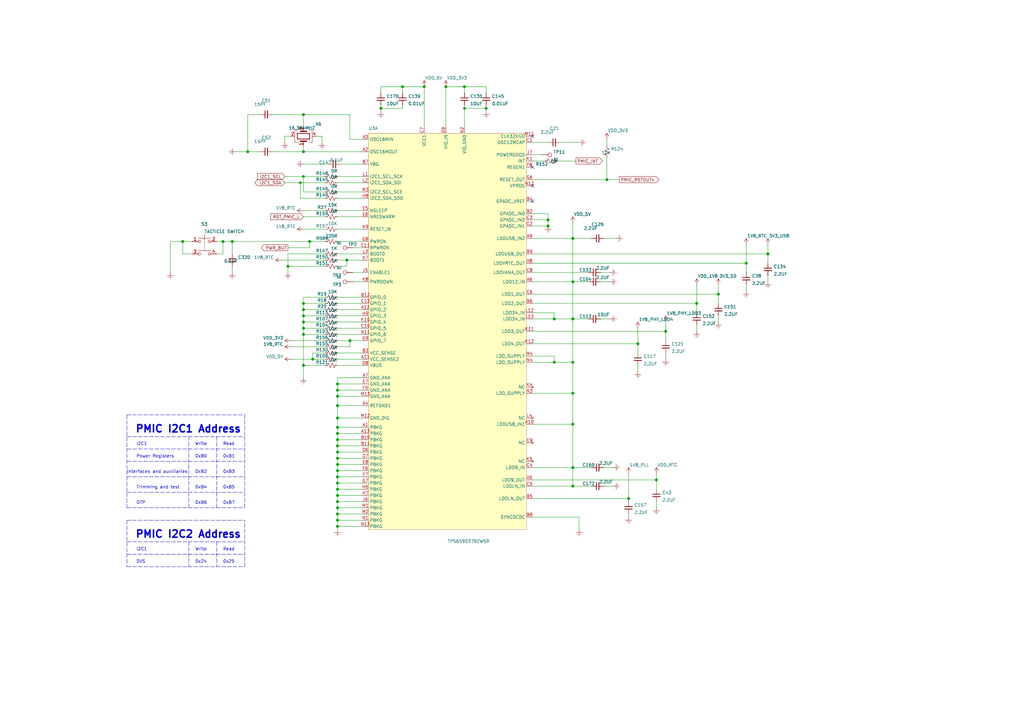
<source format=kicad_sch>
(kicad_sch (version 20210126) (generator eeschema)
  (paper "A3")
  (title_block (title "BeagleBone AI AM57x") (date "2021-01-15") (rev "Kicad-A1") (company "KiCad Services Corporation"))
  (junction (at 74.93 99.06) (diameter 1.016))
  (junction (at 91.44 99.06) (diameter 1.016))
  (junction (at 95.25 99.06) (diameter 1.016))
  (junction (at 101.6 62.23) (diameter 1.016))
  (junction (at 118.11 109.22) (diameter 1.016))
  (junction (at 123.19 74.93) (diameter 0.9144))
  (junction (at 124.46 46.99) (diameter 1.016))
  (junction (at 124.46 62.23) (diameter 1.016))
  (junction (at 124.46 72.39) (diameter 0.9144))
  (junction (at 124.46 124.46) (diameter 1.016))
  (junction (at 124.46 127) (diameter 1.016))
  (junction (at 124.46 129.54) (diameter 1.016))
  (junction (at 124.46 132.08) (diameter 1.016))
  (junction (at 124.46 134.62) (diameter 1.016))
  (junction (at 124.46 137.16) (diameter 1.016))
  (junction (at 124.46 149.86) (diameter 1.016))
  (junction (at 127 99.06) (diameter 1.016))
  (junction (at 128.27 147.32) (diameter 1.016))
  (junction (at 138.43 157.48) (diameter 1.016))
  (junction (at 138.43 160.02) (diameter 1.016))
  (junction (at 138.43 162.56) (diameter 1.016))
  (junction (at 138.43 166.37) (diameter 1.016))
  (junction (at 138.43 171.45) (diameter 1.016))
  (junction (at 138.43 175.26) (diameter 1.016))
  (junction (at 138.43 177.8) (diameter 1.016))
  (junction (at 138.43 180.34) (diameter 1.016))
  (junction (at 138.43 182.88) (diameter 1.016))
  (junction (at 138.43 185.42) (diameter 1.016))
  (junction (at 138.43 187.96) (diameter 1.016))
  (junction (at 138.43 190.5) (diameter 1.016))
  (junction (at 138.43 193.04) (diameter 1.016))
  (junction (at 138.43 195.58) (diameter 1.016))
  (junction (at 138.43 198.12) (diameter 1.016))
  (junction (at 138.43 200.66) (diameter 1.016))
  (junction (at 138.43 203.2) (diameter 1.016))
  (junction (at 138.43 205.74) (diameter 1.016))
  (junction (at 138.43 208.28) (diameter 1.016))
  (junction (at 138.43 210.82) (diameter 1.016))
  (junction (at 138.43 213.36) (diameter 1.016))
  (junction (at 138.43 215.9) (diameter 1.016))
  (junction (at 142.24 106.68) (diameter 1.016))
  (junction (at 143.51 139.7) (diameter 1.016))
  (junction (at 156.21 44.45) (diameter 1.016))
  (junction (at 165.1 35.56) (diameter 1.016))
  (junction (at 173.99 35.56) (diameter 1.016))
  (junction (at 182.88 35.56) (diameter 1.016))
  (junction (at 190.5 35.56) (diameter 1.016))
  (junction (at 190.5 44.45) (diameter 0.9144))
  (junction (at 199.39 44.45) (diameter 1.016))
  (junction (at 224.79 90.17) (diameter 1.016))
  (junction (at 224.79 92.71) (diameter 1.016))
  (junction (at 227.33 130.81) (diameter 1.016))
  (junction (at 227.33 148.59) (diameter 1.016))
  (junction (at 234.95 97.79) (diameter 1.016))
  (junction (at 234.95 115.57) (diameter 1.016))
  (junction (at 234.95 130.81) (diameter 1.016))
  (junction (at 234.95 148.59) (diameter 1.016))
  (junction (at 234.95 161.29) (diameter 1.016))
  (junction (at 234.95 173.99) (diameter 1.016))
  (junction (at 234.95 191.77) (diameter 1.016))
  (junction (at 234.95 199.39) (diameter 1.016))
  (junction (at 248.92 73.66) (diameter 1.016))
  (junction (at 257.81 204.47) (diameter 1.016))
  (junction (at 261.62 140.97) (diameter 1.016))
  (junction (at 269.24 196.85) (diameter 1.016))
  (junction (at 273.05 135.89) (diameter 1.016))
  (junction (at 285.75 124.46) (diameter 1.016))
  (junction (at 294.64 120.65) (diameter 1.016))
  (junction (at 306.07 107.95) (diameter 1.016))
  (junction (at 314.96 104.14) (diameter 1.016))
  (no_connect (at 218.44 55.88))
  (no_connect (at 218.44 68.58))
  (no_connect (at 218.44 76.2))
  (no_connect (at 218.44 82.55))
  (wire (pts (xy 69.85 99.06) (xy 69.85 111.76)))
  (wire (pts (xy 74.93 99.06) (xy 69.85 99.06)))
  (wire (pts (xy 74.93 99.06) (xy 78.74 99.06)))
  (wire (pts (xy 74.93 104.14) (xy 74.93 99.06)))
  (wire (pts (xy 78.74 104.14) (xy 74.93 104.14)))
  (wire (pts (xy 88.9 104.14) (xy 91.44 104.14)))
  (wire (pts (xy 91.44 99.06) (xy 88.9 99.06)))
  (wire (pts (xy 91.44 99.06) (xy 95.25 99.06)))
  (wire (pts (xy 91.44 104.14) (xy 91.44 99.06)))
  (wire (pts (xy 95.25 99.06) (xy 95.25 104.14)))
  (wire (pts (xy 95.25 99.06) (xy 127 99.06)))
  (wire (pts (xy 95.25 109.22) (xy 95.25 111.76)))
  (wire (pts (xy 96.52 62.23) (xy 101.6 62.23)))
  (wire (pts (xy 101.6 46.99) (xy 101.6 62.23)))
  (wire (pts (xy 101.6 62.23) (xy 106.68 62.23)))
  (wire (pts (xy 106.68 46.99) (xy 101.6 46.99)))
  (wire (pts (xy 111.76 46.99) (xy 124.46 46.99)))
  (wire (pts (xy 111.76 62.23) (xy 124.46 62.23)))
  (wire (pts (xy 115.57 106.68) (xy 133.35 106.68)))
  (wire (pts (xy 116.84 55.88) (xy 116.84 58.42)))
  (wire (pts (xy 116.84 72.39) (xy 124.46 72.39)))
  (wire (pts (xy 116.84 74.93) (xy 123.19 74.93)))
  (wire (pts (xy 118.11 101.6) (xy 127 101.6)))
  (wire (pts (xy 118.11 104.14) (xy 118.11 109.22)))
  (wire (pts (xy 118.11 104.14) (xy 133.35 104.14)))
  (wire (pts (xy 118.11 109.22) (xy 118.11 111.76)))
  (wire (pts (xy 118.11 109.22) (xy 133.35 109.22)))
  (wire (pts (xy 119.38 55.88) (xy 116.84 55.88)))
  (wire (pts (xy 119.38 139.7) (xy 133.35 139.7)))
  (wire (pts (xy 119.38 142.24) (xy 133.35 142.24)))
  (wire (pts (xy 119.38 147.32) (xy 128.27 147.32)))
  (wire (pts (xy 123.19 74.93) (xy 123.19 81.28)))
  (wire (pts (xy 123.19 74.93) (xy 133.35 74.93)))
  (wire (pts (xy 123.19 81.28) (xy 133.35 81.28)))
  (wire (pts (xy 124.46 46.99) (xy 124.46 52.07)))
  (wire (pts (xy 124.46 62.23) (xy 124.46 59.69)))
  (wire (pts (xy 124.46 67.31) (xy 134.62 67.31)))
  (wire (pts (xy 124.46 72.39) (xy 124.46 78.74)))
  (wire (pts (xy 124.46 72.39) (xy 133.35 72.39)))
  (wire (pts (xy 124.46 121.92) (xy 124.46 124.46)))
  (wire (pts (xy 124.46 124.46) (xy 124.46 127)))
  (wire (pts (xy 124.46 124.46) (xy 133.35 124.46)))
  (wire (pts (xy 124.46 127) (xy 124.46 129.54)))
  (wire (pts (xy 124.46 127) (xy 133.35 127)))
  (wire (pts (xy 124.46 129.54) (xy 124.46 132.08)))
  (wire (pts (xy 124.46 129.54) (xy 133.35 129.54)))
  (wire (pts (xy 124.46 132.08) (xy 124.46 134.62)))
  (wire (pts (xy 124.46 132.08) (xy 133.35 132.08)))
  (wire (pts (xy 124.46 134.62) (xy 124.46 137.16)))
  (wire (pts (xy 124.46 134.62) (xy 133.35 134.62)))
  (wire (pts (xy 124.46 137.16) (xy 124.46 149.86)))
  (wire (pts (xy 124.46 137.16) (xy 133.35 137.16)))
  (wire (pts (xy 124.46 149.86) (xy 124.46 154.94)))
  (wire (pts (xy 124.46 149.86) (xy 133.35 149.86)))
  (wire (pts (xy 127 99.06) (xy 127 101.6)))
  (wire (pts (xy 127 99.06) (xy 133.35 99.06)))
  (wire (pts (xy 128.27 144.78) (xy 128.27 147.32)))
  (wire (pts (xy 128.27 147.32) (xy 133.35 147.32)))
  (wire (pts (xy 129.54 55.88) (xy 132.08 55.88)))
  (wire (pts (xy 132.08 55.88) (xy 132.08 58.42)))
  (wire (pts (xy 133.35 78.74) (xy 124.46 78.74)))
  (wire (pts (xy 133.35 86.36) (xy 124.46 86.36)))
  (wire (pts (xy 133.35 88.9) (xy 124.46 88.9)))
  (wire (pts (xy 133.35 93.98) (xy 124.46 93.98)))
  (wire (pts (xy 133.35 121.92) (xy 124.46 121.92)))
  (wire (pts (xy 133.35 144.78) (xy 128.27 144.78)))
  (wire (pts (xy 138.43 72.39) (xy 148.59 72.39)))
  (wire (pts (xy 138.43 74.93) (xy 148.59 74.93)))
  (wire (pts (xy 138.43 78.74) (xy 148.59 78.74)))
  (wire (pts (xy 138.43 81.28) (xy 148.59 81.28)))
  (wire (pts (xy 138.43 86.36) (xy 148.59 86.36)))
  (wire (pts (xy 138.43 88.9) (xy 148.59 88.9)))
  (wire (pts (xy 138.43 93.98) (xy 148.59 93.98)))
  (wire (pts (xy 138.43 99.06) (xy 148.59 99.06)))
  (wire (pts (xy 138.43 104.14) (xy 148.59 104.14)))
  (wire (pts (xy 138.43 106.68) (xy 142.24 106.68)))
  (wire (pts (xy 138.43 109.22) (xy 142.24 109.22)))
  (wire (pts (xy 138.43 121.92) (xy 148.59 121.92)))
  (wire (pts (xy 138.43 124.46) (xy 148.59 124.46)))
  (wire (pts (xy 138.43 127) (xy 148.59 127)))
  (wire (pts (xy 138.43 129.54) (xy 148.59 129.54)))
  (wire (pts (xy 138.43 132.08) (xy 148.59 132.08)))
  (wire (pts (xy 138.43 134.62) (xy 148.59 134.62)))
  (wire (pts (xy 138.43 137.16) (xy 148.59 137.16)))
  (wire (pts (xy 138.43 139.7) (xy 143.51 139.7)))
  (wire (pts (xy 138.43 142.24) (xy 143.51 142.24)))
  (wire (pts (xy 138.43 144.78) (xy 148.59 144.78)))
  (wire (pts (xy 138.43 147.32) (xy 148.59 147.32)))
  (wire (pts (xy 138.43 149.86) (xy 148.59 149.86)))
  (wire (pts (xy 138.43 154.94) (xy 138.43 157.48)))
  (wire (pts (xy 138.43 157.48) (xy 138.43 160.02)))
  (wire (pts (xy 138.43 157.48) (xy 148.59 157.48)))
  (wire (pts (xy 138.43 160.02) (xy 138.43 162.56)))
  (wire (pts (xy 138.43 160.02) (xy 148.59 160.02)))
  (wire (pts (xy 138.43 162.56) (xy 138.43 166.37)))
  (wire (pts (xy 138.43 162.56) (xy 148.59 162.56)))
  (wire (pts (xy 138.43 166.37) (xy 138.43 171.45)))
  (wire (pts (xy 138.43 166.37) (xy 148.59 166.37)))
  (wire (pts (xy 138.43 171.45) (xy 138.43 175.26)))
  (wire (pts (xy 138.43 171.45) (xy 148.59 171.45)))
  (wire (pts (xy 138.43 175.26) (xy 138.43 177.8)))
  (wire (pts (xy 138.43 175.26) (xy 148.59 175.26)))
  (wire (pts (xy 138.43 177.8) (xy 138.43 180.34)))
  (wire (pts (xy 138.43 177.8) (xy 148.59 177.8)))
  (wire (pts (xy 138.43 180.34) (xy 138.43 182.88)))
  (wire (pts (xy 138.43 180.34) (xy 148.59 180.34)))
  (wire (pts (xy 138.43 182.88) (xy 138.43 185.42)))
  (wire (pts (xy 138.43 182.88) (xy 148.59 182.88)))
  (wire (pts (xy 138.43 185.42) (xy 138.43 187.96)))
  (wire (pts (xy 138.43 185.42) (xy 148.59 185.42)))
  (wire (pts (xy 138.43 187.96) (xy 138.43 190.5)))
  (wire (pts (xy 138.43 187.96) (xy 148.59 187.96)))
  (wire (pts (xy 138.43 190.5) (xy 138.43 193.04)))
  (wire (pts (xy 138.43 190.5) (xy 148.59 190.5)))
  (wire (pts (xy 138.43 193.04) (xy 138.43 195.58)))
  (wire (pts (xy 138.43 193.04) (xy 148.59 193.04)))
  (wire (pts (xy 138.43 195.58) (xy 138.43 198.12)))
  (wire (pts (xy 138.43 195.58) (xy 148.59 195.58)))
  (wire (pts (xy 138.43 198.12) (xy 138.43 200.66)))
  (wire (pts (xy 138.43 198.12) (xy 148.59 198.12)))
  (wire (pts (xy 138.43 200.66) (xy 138.43 203.2)))
  (wire (pts (xy 138.43 200.66) (xy 148.59 200.66)))
  (wire (pts (xy 138.43 203.2) (xy 138.43 205.74)))
  (wire (pts (xy 138.43 203.2) (xy 148.59 203.2)))
  (wire (pts (xy 138.43 205.74) (xy 138.43 208.28)))
  (wire (pts (xy 138.43 205.74) (xy 148.59 205.74)))
  (wire (pts (xy 138.43 208.28) (xy 138.43 210.82)))
  (wire (pts (xy 138.43 208.28) (xy 148.59 208.28)))
  (wire (pts (xy 138.43 210.82) (xy 138.43 213.36)))
  (wire (pts (xy 138.43 210.82) (xy 148.59 210.82)))
  (wire (pts (xy 138.43 213.36) (xy 138.43 215.9)))
  (wire (pts (xy 138.43 213.36) (xy 148.59 213.36)))
  (wire (pts (xy 138.43 215.9) (xy 138.43 217.17)))
  (wire (pts (xy 138.43 215.9) (xy 148.59 215.9)))
  (wire (pts (xy 139.7 67.31) (xy 148.59 67.31)))
  (wire (pts (xy 142.24 106.68) (xy 142.24 109.22)))
  (wire (pts (xy 142.24 106.68) (xy 148.59 106.68)))
  (wire (pts (xy 143.51 46.99) (xy 124.46 46.99)))
  (wire (pts (xy 143.51 57.15) (xy 143.51 46.99)))
  (wire (pts (xy 143.51 139.7) (xy 143.51 142.24)))
  (wire (pts (xy 143.51 139.7) (xy 148.59 139.7)))
  (wire (pts (xy 148.59 57.15) (xy 143.51 57.15)))
  (wire (pts (xy 148.59 62.23) (xy 124.46 62.23)))
  (wire (pts (xy 148.59 101.6) (xy 144.78 101.6)))
  (wire (pts (xy 148.59 111.76) (xy 144.78 111.76)))
  (wire (pts (xy 148.59 115.57) (xy 144.78 115.57)))
  (wire (pts (xy 148.59 154.94) (xy 138.43 154.94)))
  (wire (pts (xy 156.21 35.56) (xy 165.1 35.56)))
  (wire (pts (xy 156.21 38.1) (xy 156.21 35.56)))
  (wire (pts (xy 156.21 43.18) (xy 156.21 44.45)))
  (wire (pts (xy 156.21 44.45) (xy 156.21 45.72)))
  (wire (pts (xy 165.1 35.56) (xy 165.1 38.1)))
  (wire (pts (xy 165.1 43.18) (xy 165.1 44.45)))
  (wire (pts (xy 165.1 44.45) (xy 156.21 44.45)))
  (wire (pts (xy 173.99 35.56) (xy 165.1 35.56)))
  (wire (pts (xy 173.99 52.07) (xy 173.99 35.56)))
  (wire (pts (xy 182.88 35.56) (xy 190.5 35.56)))
  (wire (pts (xy 182.88 52.07) (xy 182.88 35.56)))
  (wire (pts (xy 190.5 35.56) (xy 190.5 38.1)))
  (wire (pts (xy 190.5 43.18) (xy 190.5 44.45)))
  (wire (pts (xy 190.5 44.45) (xy 190.5 52.07)))
  (wire (pts (xy 190.5 44.45) (xy 199.39 44.45)))
  (wire (pts (xy 199.39 35.56) (xy 190.5 35.56)))
  (wire (pts (xy 199.39 38.1) (xy 199.39 35.56)))
  (wire (pts (xy 199.39 43.18) (xy 199.39 44.45)))
  (wire (pts (xy 199.39 44.45) (xy 199.39 45.72)))
  (wire (pts (xy 218.44 58.42) (xy 224.79 58.42)))
  (wire (pts (xy 218.44 63.5) (xy 222.25 63.5)))
  (wire (pts (xy 218.44 66.04) (xy 223.52 66.04)))
  (wire (pts (xy 218.44 73.66) (xy 248.92 73.66)))
  (wire (pts (xy 218.44 87.63) (xy 224.79 87.63)))
  (wire (pts (xy 218.44 90.17) (xy 224.79 90.17)))
  (wire (pts (xy 218.44 92.71) (xy 224.79 92.71)))
  (wire (pts (xy 218.44 97.79) (xy 234.95 97.79)))
  (wire (pts (xy 218.44 104.14) (xy 314.96 104.14)))
  (wire (pts (xy 218.44 107.95) (xy 306.07 107.95)))
  (wire (pts (xy 218.44 111.76) (xy 241.3 111.76)))
  (wire (pts (xy 218.44 115.57) (xy 234.95 115.57)))
  (wire (pts (xy 218.44 120.65) (xy 294.64 120.65)))
  (wire (pts (xy 218.44 124.46) (xy 285.75 124.46)))
  (wire (pts (xy 218.44 128.27) (xy 227.33 128.27)))
  (wire (pts (xy 218.44 130.81) (xy 227.33 130.81)))
  (wire (pts (xy 218.44 135.89) (xy 273.05 135.89)))
  (wire (pts (xy 218.44 140.97) (xy 261.62 140.97)))
  (wire (pts (xy 218.44 146.05) (xy 227.33 146.05)))
  (wire (pts (xy 218.44 148.59) (xy 227.33 148.59)))
  (wire (pts (xy 218.44 161.29) (xy 234.95 161.29)))
  (wire (pts (xy 218.44 173.99) (xy 234.95 173.99)))
  (wire (pts (xy 218.44 191.77) (xy 234.95 191.77)))
  (wire (pts (xy 218.44 196.85) (xy 269.24 196.85)))
  (wire (pts (xy 218.44 199.39) (xy 234.95 199.39)))
  (wire (pts (xy 218.44 204.47) (xy 257.81 204.47)))
  (wire (pts (xy 218.44 212.09) (xy 237.49 212.09)))
  (wire (pts (xy 224.79 87.63) (xy 224.79 90.17)))
  (wire (pts (xy 224.79 90.17) (xy 224.79 92.71)))
  (wire (pts (xy 227.33 128.27) (xy 227.33 130.81)))
  (wire (pts (xy 227.33 130.81) (xy 234.95 130.81)))
  (wire (pts (xy 227.33 146.05) (xy 227.33 148.59)))
  (wire (pts (xy 227.33 148.59) (xy 234.95 148.59)))
  (wire (pts (xy 228.6 66.04) (xy 236.22 66.04)))
  (wire (pts (xy 229.87 58.42) (xy 237.49 58.42)))
  (wire (pts (xy 234.95 97.79) (xy 234.95 91.44)))
  (wire (pts (xy 234.95 97.79) (xy 242.57 97.79)))
  (wire (pts (xy 234.95 115.57) (xy 234.95 97.79)))
  (wire (pts (xy 234.95 115.57) (xy 241.3 115.57)))
  (wire (pts (xy 234.95 130.81) (xy 234.95 115.57)))
  (wire (pts (xy 234.95 130.81) (xy 241.3 130.81)))
  (wire (pts (xy 234.95 148.59) (xy 234.95 130.81)))
  (wire (pts (xy 234.95 161.29) (xy 234.95 148.59)))
  (wire (pts (xy 234.95 173.99) (xy 234.95 161.29)))
  (wire (pts (xy 234.95 191.77) (xy 234.95 173.99)))
  (wire (pts (xy 234.95 191.77) (xy 242.57 191.77)))
  (wire (pts (xy 234.95 199.39) (xy 234.95 191.77)))
  (wire (pts (xy 234.95 199.39) (xy 242.57 199.39)))
  (wire (pts (xy 237.49 212.09) (xy 237.49 217.17)))
  (wire (pts (xy 246.38 111.76) (xy 250.19 111.76)))
  (wire (pts (xy 246.38 115.57) (xy 250.19 115.57)))
  (wire (pts (xy 246.38 130.81) (xy 250.19 130.81)))
  (wire (pts (xy 247.65 97.79) (xy 252.73 97.79)))
  (wire (pts (xy 247.65 191.77) (xy 251.46 191.77)))
  (wire (pts (xy 247.65 199.39) (xy 251.46 199.39)))
  (wire (pts (xy 248.92 57.15) (xy 248.92 59.69)))
  (wire (pts (xy 248.92 64.77) (xy 248.92 73.66)))
  (wire (pts (xy 248.92 73.66) (xy 254 73.66)))
  (wire (pts (xy 257.81 194.31) (xy 257.81 204.47)))
  (wire (pts (xy 257.81 204.47) (xy 257.81 205.74)))
  (wire (pts (xy 257.81 210.82) (xy 257.81 212.09)))
  (wire (pts (xy 261.62 140.97) (xy 261.62 134.62)))
  (wire (pts (xy 261.62 140.97) (xy 261.62 144.78)))
  (wire (pts (xy 261.62 149.86) (xy 261.62 152.4)))
  (wire (pts (xy 269.24 194.31) (xy 269.24 196.85)))
  (wire (pts (xy 269.24 196.85) (xy 269.24 200.66)))
  (wire (pts (xy 269.24 205.74) (xy 269.24 208.28)))
  (wire (pts (xy 273.05 135.89) (xy 273.05 132.08)))
  (wire (pts (xy 273.05 135.89) (xy 273.05 139.7)))
  (wire (pts (xy 273.05 144.78) (xy 273.05 147.32)))
  (wire (pts (xy 285.75 116.84) (xy 285.75 124.46)))
  (wire (pts (xy 285.75 124.46) (xy 285.75 128.27)))
  (wire (pts (xy 285.75 133.35) (xy 285.75 135.89)))
  (wire (pts (xy 294.64 116.84) (xy 294.64 120.65)))
  (wire (pts (xy 294.64 120.65) (xy 294.64 124.46)))
  (wire (pts (xy 294.64 129.54) (xy 294.64 132.08)))
  (wire (pts (xy 306.07 107.95) (xy 306.07 100.33)))
  (wire (pts (xy 306.07 107.95) (xy 306.07 111.76)))
  (wire (pts (xy 306.07 116.84) (xy 306.07 119.38)))
  (wire (pts (xy 314.96 100.33) (xy 314.96 104.14)))
  (wire (pts (xy 314.96 104.14) (xy 314.96 107.95)))
  (wire (pts (xy 314.96 113.03) (xy 314.96 115.57)))
  (polyline (pts (xy 52.07 170.18) (xy 52.07 208.28)) (stroke (width 0) (type dash)))
  (polyline (pts (xy 52.07 170.18) (xy 100.33 170.18)) (stroke (width 0) (type dash)))
  (polyline (pts (xy 52.07 179.07) (xy 100.33 179.07)) (stroke (width 0) (type dash)))
  (polyline (pts (xy 52.07 184.15) (xy 100.33 184.15)) (stroke (width 0) (type dash)))
  (polyline (pts (xy 52.07 189.23) (xy 100.33 189.23)) (stroke (width 0) (type dash)))
  (polyline (pts (xy 52.07 195.58) (xy 100.33 195.58)) (stroke (width 0) (type dash)))
  (polyline (pts (xy 52.07 201.93) (xy 100.33 201.93)) (stroke (width 0) (type dash)))
  (polyline (pts (xy 52.07 208.28) (xy 100.33 208.28)) (stroke (width 0) (type dash)))
  (polyline (pts (xy 52.07 213.36) (xy 52.07 232.41)) (stroke (width 0) (type dash)))
  (polyline (pts (xy 52.07 213.36) (xy 100.33 213.36)) (stroke (width 0) (type dash)))
  (polyline (pts (xy 52.07 222.25) (xy 100.33 222.25)) (stroke (width 0) (type dash)))
  (polyline (pts (xy 52.07 227.33) (xy 100.33 227.33)) (stroke (width 0) (type dash)))
  (polyline (pts (xy 52.07 232.41) (xy 100.33 232.41)) (stroke (width 0) (type dash)))
  (polyline (pts (xy 77.47 179.07) (xy 77.47 208.28)) (stroke (width 0) (type dash)))
  (polyline (pts (xy 77.47 222.25) (xy 77.47 232.41)) (stroke (width 0) (type dash)))
  (polyline (pts (xy 88.9 179.07) (xy 88.9 208.28)) (stroke (width 0) (type dash)))
  (polyline (pts (xy 88.9 222.25) (xy 88.9 232.41)) (stroke (width 0) (type dash)))
  (polyline (pts (xy 100.33 208.28) (xy 100.33 170.18)) (stroke (width 0) (type dash)))
  (polyline (pts (xy 100.33 232.41) (xy 100.33 213.36)) (stroke (width 0) (type dash)))
  (text "Interfaces and auxiliaries" (at 52.07 194.31 0) (effects (font (size 1.27 1.27)) (justify left bottom)))
  (text "I2C1" (at 55.88 182.88 0) (effects (font (size 1.27 1.27)) (justify left bottom)))
  (text "Power Registers" (at 55.88 187.96 0) (effects (font (size 1.27 1.27)) (justify left bottom)))
  (text "Trimming and test" (at 55.88 200.66 0) (effects (font (size 1.27 1.27)) (justify left bottom)))
  (text "OTP" (at 55.88 207.01 0) (effects (font (size 1.27 1.27)) (justify left bottom)))
  (text "I2C1" (at 55.88 226.06 0) (effects (font (size 1.27 1.27)) (justify left bottom)))
  (text "DVS" (at 55.88 231.14 0) (effects (font (size 1.27 1.27)) (justify left bottom)))
  (text "Write" (at 80.01 182.88 0) (effects (font (size 1.27 1.27)) (justify left bottom)))
  (text "0xB0" (at 80.01 187.96 0) (effects (font (size 1.27 1.27)) (justify left bottom)))
  (text "0xB2" (at 80.01 194.31 0) (effects (font (size 1.27 1.27)) (justify left bottom)))
  (text "0xB4" (at 80.01 200.66 0) (effects (font (size 1.27 1.27)) (justify left bottom)))
  (text "0xB6" (at 80.01 207.01 0) (effects (font (size 1.27 1.27)) (justify left bottom)))
  (text "Write" (at 80.01 226.06 0) (effects (font (size 1.27 1.27)) (justify left bottom)))
  (text "0x24" (at 80.01 231.14 0) (effects (font (size 1.27 1.27)) (justify left bottom)))
  (text "Read" (at 91.44 182.88 0) (effects (font (size 1.27 1.27)) (justify left bottom)))
  (text "0xB1" (at 91.44 187.96 0) (effects (font (size 1.27 1.27)) (justify left bottom)))
  (text "0xB3" (at 91.44 194.31 0) (effects (font (size 1.27 1.27)) (justify left bottom)))
  (text "0xB5" (at 91.44 200.66 0) (effects (font (size 1.27 1.27)) (justify left bottom)))
  (text "0xB7" (at 91.44 207.01 0) (effects (font (size 1.27 1.27)) (justify left bottom)))
  (text "Read" (at 91.44 226.06 0) (effects (font (size 1.27 1.27)) (justify left bottom)))
  (text "0x25" (at 91.44 231.14 0) (effects (font (size 1.27 1.27)) (justify left bottom)))
  (text "PMIC I2C1 Address" (at 99.06 177.8 180) (effects (font (size 3 3) (thickness 0.6) bold) (justify right bottom)))
  (text "PMIC I2C2 Address" (at 99.06 220.98 180) (effects (font (size 3 3) (thickness 0.6) bold) (justify right bottom)))
  (global_label "I2C1_SCL" (shape input) (at 116.84 72.39 180) (property "Intersheet References" "${INTERSHEET_REFS}" (at 104.1339 72.3106 0) (effects (justify right))))
  (global_label "I2C1_SDA" (shape bidirectional) (at 116.84 74.93 180) (property "Intersheet References" "${INTERSHEET_REFS}" (at 104.0734 74.8506 0) (effects (justify right))))
  (global_label "PWR_BUT" (shape output) (at 118.11 101.6 180) (property "Intersheet References" "${INTERSHEET_REFS}" (at 105.6458 101.5206 0) (effects (justify right))))
  (global_label "RST_PMIC_L" (shape input) (at 124.46 88.9 180) (property "Intersheet References" "${INTERSHEET_REFS}" (at 109.5162 88.8206 0) (effects (justify right))))
  (global_label "PMIC_INT" (shape output) (at 236.22 66.04 0) (property "Intersheet References" "${INTERSHEET_REFS}" (at 248.6238 65.9606 0) (effects (justify left))))
  (global_label "PMIC_RSTOUTn" (shape output) (at 254 73.66 0) (property "Intersheet References" "${INTERSHEET_REFS}" (at 271.7257 73.5806 0) (effects (justify left))))
  (symbol (lib_id "Connector:TestPoint") (at 144.78 101.6 90) (unit 1)
    (property "Reference" "TP2" (at 146.431 100.209 90) (effects (justify left)))
    (property "Value" "NI" (at 140.081 100.451 90) (effects (justify left top)))
    (property "Footprint" "beaglebone-ai:TP30" (effects hide))
    (property "Description" "Test point,DIA 30mil" (effects hide))
  )
  (symbol (lib_id "Connector:TestPoint") (at 144.78 111.76 90) (unit 1)
    (property "Reference" "TP7" (at 140.081 112.909 90) (effects (justify left)))
    (property "Value" "NI" (at 140.081 110.611 90) (effects (justify left top)))
    (property "Footprint" "beaglebone-ai:TP30" (effects hide))
    (property "Description" "Test point,DIA 30mil" (effects hide))
  )
  (symbol (lib_id "Connector:TestPoint") (at 144.78 115.57 90) (unit 1)
    (property "Reference" "TP3" (at 140.081 116.719 90) (effects (justify left)))
    (property "Value" "NI" (at 140.081 114.421 90) (effects (justify left top)))
    (property "Footprint" "beaglebone-ai:TP30" (effects hide))
    (property "Description" "Test point,DIA 30mil" (effects hide))
  )
  (symbol (lib_id "Connector:TestPoint") (at 222.25 63.5 270) (unit 1)
    (property "Reference" "TP11" (at 226.9491 62.3506 90) (effects (justify left)))
    (property "Value" "NI" (at 226.949 64.649 90) (effects (justify left top)))
    (property "Footprint" "beaglebone-ai:TP30" (effects hide))
    (property "Description" "Test point,DIA 30mil" (effects hide))
  )
  (symbol (lib_id "beaglebone-ai:1V8_RTC") (at 115.57 106.68 90) (unit 1)
    (property "Reference" "#PWR0175" (effects hide))
    (property "Value" "1V8_RTC" (at 112.395 106.3117 90) (effects (justify left top)))
  )
  (symbol (lib_id "beaglebone-ai:VDD_3V3") (at 119.38 139.7 90) (unit 1)
    (property "Reference" "#PWR0167" (effects hide))
    (property "Value" "VDD_3V3" (at 116.2049 139.3317 90) (effects (justify left top)))
  )
  (symbol (lib_id "beaglebone-ai:1V8_RTC") (at 119.38 142.24 90) (unit 1)
    (property "Reference" "#PWR0168" (effects hide))
    (property "Value" "1V8_RTC" (at 116.205 141.8717 90) (effects (justify left top)))
  )
  (symbol (lib_id "beaglebone-ai:VDD_5V") (at 119.38 147.32 90) (unit 1)
    (property "Reference" "#PWR0169" (effects hide))
    (property "Value" "VDD_5V" (at 116.205 146.9517 90) (effects (justify left top)))
  )
  (symbol (lib_id "beaglebone-ai:1V8_RTC") (at 124.46 86.36 90) (unit 1)
    (property "Reference" "#PWR0171" (effects hide))
    (property "Value" "1V8_RTC" (at 121.285 85.9917 90) (effects (justify left top)))
  )
  (symbol (lib_id "beaglebone-ai:1V8_RTC") (at 124.46 93.98 90) (unit 1)
    (property "Reference" "#PWR0172" (effects hide))
    (property "Value" "1V8_RTC" (at 121.285 93.6117 90) (effects (justify left top)))
  )
  (symbol (lib_id "beaglebone-ai:VDD_5V") (at 173.99 35.56 0) (unit 1)
    (property "Reference" "#PWR0136" (effects hide))
    (property "Value" "VDD_5V" (at 174.3583 31.2356 0) (effects (justify left top)))
  )
  (symbol (lib_id "beaglebone-ai:VDD_3V3") (at 182.88 35.56 0) (unit 1)
    (property "Reference" "#PWR0137" (effects hide))
    (property "Value" "VDD_3V3" (at 183.2483 31.2356 0) (effects (justify left top)))
  )
  (symbol (lib_id "beaglebone-ai:VDD_5V") (at 234.95 91.44 0) (unit 1)
    (property "Reference" "#PWR0142" (effects hide))
    (property "Value" "VDD_5V" (at 235.3183 87.1156 0) (effects (justify left top)))
  )
  (symbol (lib_id "beaglebone-ai:VDD_3V3") (at 248.92 57.15 0) (unit 1)
    (property "Reference" "#PWR0160" (effects hide))
    (property "Value" "VDD_3V3" (at 249.2883 52.8256 0) (effects (justify left top)))
  )
  (symbol (lib_id "beaglebone-ai:1V8_PLL") (at 257.81 194.31 0) (unit 1)
    (property "Reference" "#PWR0151" (effects hide))
    (property "Value" "1V8_PLL" (at 258.1783 189.9856 0) (effects (justify left top)))
  )
  (symbol (lib_id "beaglebone-ai:1V8_PHY_LDO4") (at 261.62 134.62 0) (unit 1)
    (property "Reference" "#PWR0140" (effects hide))
    (property "Value" "1V8_PHY_LDO4" (at 261.9883 130.2956 0) (effects (justify left top)))
  )
  (symbol (lib_id "beaglebone-ai:VDD_RTC") (at 269.24 194.31 0) (unit 1)
    (property "Reference" "#PWR0150" (effects hide))
    (property "Value" "VDD_RTC" (at 269.6083 189.9856 0) (effects (justify left top)))
  )
  (symbol (lib_id "beaglebone-ai:1V8_PHY_LDO3") (at 273.05 132.08 0) (unit 1)
    (property "Reference" "#PWR0159" (effects hide))
    (property "Value" "1V8_PHY_LDO3" (at 273.4183 127.7556 0) (effects (justify left top)))
  )
  (symbol (lib_id "beaglebone-ai:VDD_1V8") (at 285.75 116.84 0) (unit 1)
    (property "Reference" "#PWR0154" (effects hide))
    (property "Value" "VDD_1V8" (at 286.1183 112.5156 0) (effects (justify left top)))
  )
  (symbol (lib_id "beaglebone-ai:3V3_SD") (at 294.64 116.84 0) (unit 1)
    (property "Reference" "#PWR0155" (effects hide))
    (property "Value" "3V3_SD" (at 295.0083 112.5156 0) (effects (justify left top)))
  )
  (symbol (lib_id "beaglebone-ai:1V8_RTC") (at 306.07 100.33 0) (unit 1)
    (property "Reference" "#PWR0157" (effects hide))
    (property "Value" "1V8_RTC" (at 306.4383 96.0056 0) (effects (justify left top)))
  )
  (symbol (lib_id "beaglebone-ai:3V3_USB") (at 314.96 100.33 0) (unit 1)
    (property "Reference" "#PWR0161" (effects hide))
    (property "Value" "3V3_USB" (at 315.3283 96.0056 0) (effects (justify left top)))
  )
  (symbol (lib_id "power:Earth") (at 69.85 111.76 0) (unit 1)
    (property "Reference" "#PWR0173" (effects hide))
    (property "Value" "Earth" (effects hide))
  )
  (symbol (lib_id "power:Earth") (at 95.25 111.76 0) (unit 1)
    (property "Reference" "#PWR0176" (effects hide))
    (property "Value" "Earth" (effects hide))
  )
  (symbol (lib_id "power:Earth") (at 96.52 62.23 270) (unit 1)
    (property "Reference" "#PWR0178" (effects hide))
    (property "Value" "Earth" (effects hide))
  )
  (symbol (lib_id "power:Earth") (at 116.84 58.42 0) (unit 1)
    (property "Reference" "#PWR0179" (effects hide))
    (property "Value" "Earth" (effects hide))
  )
  (symbol (lib_id "power:Earth") (at 118.11 111.76 0) (unit 1)
    (property "Reference" "#PWR0174" (effects hide))
    (property "Value" "Earth" (effects hide))
  )
  (symbol (lib_id "power:Earth") (at 124.46 67.31 270) (unit 1)
    (property "Reference" "#PWR0177" (effects hide))
    (property "Value" "Earth" (effects hide))
  )
  (symbol (lib_id "power:Earth") (at 124.46 154.94 0) (unit 1)
    (property "Reference" "#PWR0170" (effects hide))
    (property "Value" "Earth" (effects hide))
  )
  (symbol (lib_id "power:Earth") (at 132.08 58.42 0) (mirror y) (unit 1)
    (property "Reference" "#PWR0180" (effects hide))
    (property "Value" "Earth" (effects hide))
  )
  (symbol (lib_id "power:Earth") (at 138.43 217.17 0) (unit 1)
    (property "Reference" "#PWR0181" (effects hide))
    (property "Value" "Earth" (effects hide))
  )
  (symbol (lib_id "power:Earth") (at 156.21 45.72 0) (unit 1)
    (property "Reference" "#PWR0138" (effects hide))
    (property "Value" "Earth" (effects hide))
  )
  (symbol (lib_id "power:Earth") (at 199.39 45.72 0) (unit 1)
    (property "Reference" "#PWR0139" (effects hide))
    (property "Value" "Earth" (effects hide))
  )
  (symbol (lib_id "power:Earth") (at 224.79 92.71 0) (unit 1)
    (property "Reference" "#PWR0143" (effects hide))
    (property "Value" "Earth" (effects hide))
  )
  (symbol (lib_id "power:Earth") (at 237.49 58.42 90) (unit 1)
    (property "Reference" "#PWR0162" (effects hide))
    (property "Value" "Earth" (effects hide))
  )
  (symbol (lib_id "power:Earth") (at 237.49 217.17 0) (unit 1)
    (property "Reference" "#PWR0165" (effects hide))
    (property "Value" "Earth" (effects hide))
  )
  (symbol (lib_id "power:Earth") (at 250.19 111.76 90) (unit 1)
    (property "Reference" "#PWR0146" (effects hide))
    (property "Value" "Earth" (effects hide))
  )
  (symbol (lib_id "power:Earth") (at 250.19 115.57 90) (unit 1)
    (property "Reference" "#PWR0145" (effects hide))
    (property "Value" "Earth" (effects hide))
  )
  (symbol (lib_id "power:Earth") (at 250.19 130.81 90) (unit 1)
    (property "Reference" "#PWR0144" (effects hide))
    (property "Value" "Earth" (effects hide))
  )
  (symbol (lib_id "power:Earth") (at 251.46 191.77 90) (unit 1)
    (property "Reference" "#PWR0149" (effects hide))
    (property "Value" "Earth" (effects hide))
  )
  (symbol (lib_id "power:Earth") (at 251.46 199.39 90) (unit 1)
    (property "Reference" "#PWR0163" (effects hide))
    (property "Value" "Earth" (effects hide))
  )
  (symbol (lib_id "power:Earth") (at 252.73 97.79 90) (unit 1)
    (property "Reference" "#PWR0147" (effects hide))
    (property "Value" "Earth" (effects hide))
  )
  (symbol (lib_id "power:Earth") (at 257.81 212.09 0) (unit 1)
    (property "Reference" "#PWR0166" (effects hide))
    (property "Value" "Earth" (effects hide))
  )
  (symbol (lib_id "power:Earth") (at 261.62 152.4 0) (unit 1)
    (property "Reference" "#PWR0141" (effects hide))
    (property "Value" "Earth" (effects hide))
  )
  (symbol (lib_id "power:Earth") (at 269.24 208.28 0) (unit 1)
    (property "Reference" "#PWR0164" (effects hide))
    (property "Value" "Earth" (effects hide))
  )
  (symbol (lib_id "power:Earth") (at 273.05 147.32 0) (unit 1)
    (property "Reference" "#PWR0158" (effects hide))
    (property "Value" "Earth" (effects hide))
  )
  (symbol (lib_id "power:Earth") (at 285.75 135.89 0) (unit 1)
    (property "Reference" "#PWR0152" (effects hide))
    (property "Value" "Earth" (effects hide))
  )
  (symbol (lib_id "power:Earth") (at 294.64 132.08 0) (unit 1)
    (property "Reference" "#PWR0153" (effects hide))
    (property "Value" "Earth" (effects hide))
  )
  (symbol (lib_id "power:Earth") (at 306.07 119.38 0) (unit 1)
    (property "Reference" "#PWR0156" (effects hide))
    (property "Value" "Earth" (effects hide))
  )
  (symbol (lib_id "power:Earth") (at 314.96 115.57 0) (unit 1)
    (property "Reference" "#PWR0148" (effects hide))
    (property "Value" "Earth" (effects hide))
  )
  (symbol (lib_id "Device:R_Small_US") (at 135.89 72.39 90) (unit 1)
    (property "Reference" "R148" (at 132.08 71.101 90))
    (property "Value" "0R" (at 138.43 70.859 90) (effects (justify left top)))
    (property "Footprint" "beaglebone-ai:R0402" (effects hide))
    (property "Description" "RES,0R,+/-5%,1/16W,SMD0402" (effects hide))
    (property "Manufacturer" "YAGEO" (effects hide))
    (property "Manufacturer P/N" "RC0402JR-070RL" (effects hide))
    (property "Rating" "5%" (effects hide))
  )
  (symbol (lib_id "Device:R_Small_US") (at 135.89 74.93 90) (unit 1)
    (property "Reference" "R145" (at 132.08 73.641 90))
    (property "Value" "0R" (at 138.43 73.399 90) (effects (justify left top)))
    (property "Footprint" "beaglebone-ai:R0402" (effects hide))
    (property "Description" "RES,0R,+/-5%,1/16W,SMD0402" (effects hide))
    (property "Manufacturer" "YAGEO" (effects hide))
    (property "Manufacturer P/N" "RC0402JR-070RL" (effects hide))
    (property "Rating" "5%" (effects hide))
  )
  (symbol (lib_id "Device:R_Small_US") (at 135.89 78.74 90) (unit 1)
    (property "Reference" "R146" (at 132.08 77.451 90))
    (property "Value" "0R" (at 138.43 77.209 90) (effects (justify left top)))
    (property "Footprint" "beaglebone-ai:R0402" (effects hide))
    (property "Description" "RES,0R,+/-5%,1/16W,SMD0402" (effects hide))
    (property "Manufacturer" "YAGEO" (effects hide))
    (property "Manufacturer P/N" "RC0402JR-070RL" (effects hide))
    (property "Rating" "5%" (effects hide))
  )
  (symbol (lib_id "Device:R_Small_US") (at 135.89 81.28 90) (unit 1)
    (property "Reference" "R149" (at 132.08 79.991 90))
    (property "Value" "0R" (at 138.43 79.749 90) (effects (justify left top)))
    (property "Footprint" "beaglebone-ai:R0402" (effects hide))
    (property "Description" "RES,0R,+/-5%,1/16W,SMD0402" (effects hide))
    (property "Manufacturer" "YAGEO" (effects hide))
    (property "Manufacturer P/N" "RC0402JR-070RL" (effects hide))
    (property "Rating" "5%" (effects hide))
  )
  (symbol (lib_id "Device:R_Small_US") (at 135.89 86.36 90) (unit 1)
    (property "Reference" "R27" (at 132.08 85.071 90))
    (property "Value" "10K" (at 138.43 84.829 90) (effects (justify left top)))
    (property "Footprint" "beaglebone-ai:R0402" (effects hide))
    (property "Description" "RES,10K,+/-5%,1/16W,SMD0402" (effects hide))
    (property "Manufacturer" "YAGEO" (effects hide))
    (property "Manufacturer P/N" "RC0402JR-0710KL" (effects hide))
    (property "Rating" "5%" (effects hide))
  )
  (symbol (lib_id "Device:R_Small_US") (at 135.89 88.9 90) (unit 1)
    (property "Reference" "R159" (at 132.08 87.611 90))
    (property "Value" "0R" (at 138.43 87.369 90) (effects (justify left top)))
    (property "Footprint" "beaglebone-ai:R0402" (effects hide))
    (property "Description" "RES,0R,+/-5%,1/16W,SMD0402" (effects hide))
    (property "Manufacturer" "YAGEO" (effects hide))
    (property "Manufacturer P/N" "RC0402JR-070RL" (effects hide))
    (property "Rating" "5%" (effects hide))
  )
  (symbol (lib_id "Device:R_Small_US") (at 135.89 93.98 90) (unit 1)
    (property "Reference" "R157" (at 132.08 92.691 90))
    (property "Value" "10K" (at 138.43 92.449 90) (effects (justify left top)))
    (property "Footprint" "beaglebone-ai:R0402" (effects hide))
    (property "Description" "RES,10K,+/-5%,1/16W,SMD0402" (effects hide))
    (property "Manufacturer" "YAGEO" (effects hide))
    (property "Manufacturer P/N" "RC0402JR-0710KL" (effects hide))
    (property "Rating" "5%" (effects hide))
  )
  (symbol (lib_id "Device:R_Small_US") (at 135.89 99.06 90) (unit 1)
    (property "Reference" "R589" (at 132.08 97.771 90))
    (property "Value" "220R" (at 138.43 97.529 90) (effects (justify left top)))
    (property "Footprint" "beaglebone-ai:R0402" (effects hide))
    (property "Description" "RES,220R,+/-5%,1/16W,SMD0402" (effects hide))
    (property "Manufacturer" "YAGEO" (effects hide))
    (property "Manufacturer P/N" "RC0402JR-07220RL" (effects hide))
    (property "Rating" "5%" (effects hide))
  )
  (symbol (lib_id "Device:R_Small_US") (at 135.89 104.14 90) (unit 1)
    (property "Reference" "R147" (at 132.08 102.851 90))
    (property "Value" "1K" (at 138.43 102.609 90) (effects (justify left top)))
    (property "Footprint" "beaglebone-ai:R0402" (effects hide))
    (property "Description" "RES,1K,+/-5%,1/16W,SMD0402" (effects hide))
    (property "Manufacturer" "YAGEO" (effects hide))
    (property "Manufacturer P/N" "RC0402JR-071KL" (effects hide))
    (property "Rating" "5%" (effects hide))
  )
  (symbol (lib_id "Device:R_Small_US") (at 135.89 106.68 90) (unit 1)
    (property "Reference" "R150" (at 132.08 105.391 90))
    (property "Value" "1K" (at 138.43 105.149 90) (effects (justify left top)))
    (property "Footprint" "beaglebone-ai:R0402" (effects hide))
    (property "Description" "RES,1K,+/-5%,1/16W,SMD0402" (effects hide))
    (property "Manufacturer" "YAGEO" (effects hide))
    (property "Manufacturer P/N" "RC0402JR-071KL" (effects hide))
    (property "Rating" "5%" (effects hide))
  )
  (symbol (lib_id "Device:R_Small_US") (at 135.89 109.22 90) (unit 1)
    (property "Reference" "R151" (at 132.08 107.931 90))
    (property "Value" "1K" (at 138.43 107.689 90) (effects (justify left top)))
    (property "Footprint" "beaglebone-ai:R0402" (effects hide))
    (property "Description" "RES,1K,+/-5%,1/16W,SMD0402" (effects hide))
    (property "Manufacturer" "YAGEO" (effects hide))
    (property "Manufacturer P/N" "RC0402JR-071KL" (effects hide))
    (property "Rating" "5%" (effects hide))
  )
  (symbol (lib_id "Device:R_Small_US") (at 135.89 121.92 90) (unit 1)
    (property "Reference" "R19" (at 132.08 120.631 90))
    (property "Value" "10K" (at 138.43 120.389 90) (effects (justify left top)))
    (property "Footprint" "beaglebone-ai:R0402" (effects hide))
    (property "Description" "RES,10K,+/-5%,1/16W,SMD0402" (effects hide))
    (property "Manufacturer" "YAGEO" (effects hide))
    (property "Manufacturer P/N" "RC0402JR-0710KL" (effects hide))
    (property "Rating" "5%" (effects hide))
  )
  (symbol (lib_id "Device:R_Small_US") (at 135.89 124.46 90) (unit 1)
    (property "Reference" "R18" (at 132.08 123.171 90))
    (property "Value" "10K" (at 138.43 122.929 90) (effects (justify left top)))
    (property "Footprint" "beaglebone-ai:R0402" (effects hide))
    (property "Description" "RES,10K,+/-5%,1/16W,SMD0402" (effects hide))
    (property "Manufacturer" "YAGEO" (effects hide))
    (property "Manufacturer P/N" "RC0402JR-0710KL" (effects hide))
    (property "Rating" "5%" (effects hide))
  )
  (symbol (lib_id "Device:R_Small_US") (at 135.89 127 90) (unit 1)
    (property "Reference" "R20" (at 132.08 125.711 90))
    (property "Value" "10K" (at 138.43 125.469 90) (effects (justify left top)))
    (property "Footprint" "beaglebone-ai:R0402" (effects hide))
    (property "Description" "RES,10K,+/-5%,1/16W,SMD0402" (effects hide))
    (property "Manufacturer" "YAGEO" (effects hide))
    (property "Manufacturer P/N" "RC0402JR-0710KL" (effects hide))
    (property "Rating" "5%" (effects hide))
  )
  (symbol (lib_id "Device:R_Small_US") (at 135.89 129.54 90) (unit 1)
    (property "Reference" "R113" (at 132.08 128.251 90))
    (property "Value" "10K" (at 138.43 128.009 90) (effects (justify left top)))
    (property "Footprint" "beaglebone-ai:R0402" (effects hide))
    (property "Description" "RES,10K,+/-5%,1/16W,SMD0402" (effects hide))
    (property "Manufacturer" "YAGEO" (effects hide))
    (property "Manufacturer P/N" "RC0402JR-0710KL" (effects hide))
    (property "Rating" "5%" (effects hide))
  )
  (symbol (lib_id "Device:R_Small_US") (at 135.89 132.08 90) (unit 1)
    (property "Reference" "R107" (at 132.08 130.791 90))
    (property "Value" "10K" (at 138.43 130.549 90) (effects (justify left top)))
    (property "Footprint" "beaglebone-ai:R0402" (effects hide))
    (property "Description" "RES,10K,+/-5%,1/16W,SMD0402" (effects hide))
    (property "Manufacturer" "YAGEO" (effects hide))
    (property "Manufacturer P/N" "RC0402JR-0710KL" (effects hide))
    (property "Rating" "5%" (effects hide))
  )
  (symbol (lib_id "Device:R_Small_US") (at 135.89 134.62 90) (unit 1)
    (property "Reference" "R104" (at 132.08 133.331 90))
    (property "Value" "10K" (at 138.43 133.089 90) (effects (justify left top)))
    (property "Footprint" "beaglebone-ai:R0402" (effects hide))
    (property "Description" "RES,10K,+/-5%,1/16W,SMD0402" (effects hide))
    (property "Manufacturer" "YAGEO" (effects hide))
    (property "Manufacturer P/N" "RC0402JR-0710KL" (effects hide))
    (property "Rating" "5%" (effects hide))
  )
  (symbol (lib_id "Device:R_Small_US") (at 135.89 137.16 90) (unit 1)
    (property "Reference" "R103" (at 132.08 135.871 90))
    (property "Value" "10K" (at 138.43 135.629 90) (effects (justify left top)))
    (property "Footprint" "beaglebone-ai:R0402" (effects hide))
    (property "Description" "RES,10K,+/-5%,1/16W,SMD0402" (effects hide))
    (property "Manufacturer" "YAGEO" (effects hide))
    (property "Manufacturer P/N" "RC0402JR-0710KL" (effects hide))
    (property "Rating" "5%" (effects hide))
  )
  (symbol (lib_id "Device:R_Small_US") (at 135.89 139.7 90) (unit 1)
    (property "Reference" "R156" (at 132.08 138.411 90))
    (property "Value" "10K" (at 138.43 138.169 90) (effects (justify left top)))
    (property "Footprint" "beaglebone-ai:R0402" (effects hide))
    (property "Description" "RES,10K,+/-5%,1/16W,SMD0402" (effects hide))
    (property "Manufacturer" "YAGEO" (effects hide))
    (property "Manufacturer P/N" "RC0402JR-0710KL" (effects hide))
    (property "Rating" "5%" (effects hide))
  )
  (symbol (lib_id "Device:R_Small_US") (at 135.89 142.24 90) (unit 1)
    (property "Reference" "R155" (at 132.08 140.951 90))
    (property "Value" "10K" (at 138.43 140.709 90) (effects (justify left top)))
    (property "Footprint" "beaglebone-ai:R0402" (effects hide))
    (property "Description" "RES,10K,+/-5%,1/16W,SMD0402" (effects hide))
    (property "Manufacturer" "YAGEO" (effects hide))
    (property "Manufacturer P/N" "RC0402JR-0710KL" (effects hide))
    (property "Rating" "5%" (effects hide))
  )
  (symbol (lib_id "Device:R_Small_US") (at 135.89 144.78 90) (unit 1)
    (property "Reference" "R130" (at 132.08 143.491 90))
    (property "Value" "0R" (at 138.43 143.249 90) (effects (justify left top)))
    (property "Footprint" "beaglebone-ai:R0402" (effects hide))
    (property "Description" "RES,0R,+/-5%,1/16W,SMD0402" (effects hide))
    (property "Manufacturer" "YAGEO" (effects hide))
    (property "Manufacturer P/N" "RC0402JR-070RL" (effects hide))
    (property "Rating" "5%" (effects hide))
  )
  (symbol (lib_id "Device:R_Small_US") (at 135.89 147.32 90) (unit 1)
    (property "Reference" "R108" (at 132.08 146.031 90))
    (property "Value" "0R" (at 138.43 145.789 90) (effects (justify left top)))
    (property "Footprint" "beaglebone-ai:R0402" (effects hide))
    (property "Description" "RES,0R,+/-5%,1/16W,SMD0402" (effects hide))
    (property "Manufacturer" "YAGEO" (effects hide))
    (property "Manufacturer P/N" "RC0402JR-070RL" (effects hide))
    (property "Rating" "5%" (effects hide))
  )
  (symbol (lib_id "Device:R_Small_US") (at 135.89 149.86 90) (unit 1)
    (property "Reference" "R121" (at 132.08 148.571 90))
    (property "Value" "10K" (at 138.43 148.329 90) (effects (justify left top)))
    (property "Footprint" "beaglebone-ai:R0402" (effects hide))
    (property "Description" "RES,10K,+/-5%,1/16W,SMD0402" (effects hide))
    (property "Manufacturer" "YAGEO" (effects hide))
    (property "Manufacturer P/N" "RC0402JR-0710KL" (effects hide))
    (property "Rating" "5%" (effects hide))
  )
  (symbol (lib_id "Device:R_Small_US") (at 226.06 66.04 90) (unit 1)
    (property "Reference" "R152" (at 222.25 67.2908 90))
    (property "Value" "0R" (at 228.6 67.0495 90) (effects (justify left top)))
    (property "Footprint" "beaglebone-ai:R0402" (effects hide))
    (property "Description" "RES,0R,+/-5%,1/16W,SMD0402" (effects hide))
    (property "Manufacturer" "YAGEO" (effects hide))
    (property "Manufacturer P/N" "RC0402JR-070RL" (effects hide))
    (property "Rating" "5%" (effects hide))
  )
  (symbol (lib_id "Device:R_Small_US") (at 248.92 62.23 180) (unit 1)
    (property "Reference" "R124" (at 250.5711 61.0806 0) (effects (justify right)))
    (property "Value" "10K" (at 250.571 63.379 0) (effects (justify left top)))
    (property "Footprint" "beaglebone-ai:R0402" (effects hide))
    (property "Description" "RES,10K,+/-5%,1/16W,SMD0402" (effects hide))
    (property "Manufacturer" "YAGEO" (effects hide))
    (property "Manufacturer P/N" "RC0402JR-0710KL" (effects hide))
    (property "Rating" "5%" (effects hide))
  )
  (symbol (lib_id "Device:C_Small") (at 95.25 106.68 180) (unit 1)
    (property "Reference" "C320" (at 97.574 105.531 0) (effects (justify right)))
    (property "Value" "0.1UF" (at 97.5742 107.8293 0) (effects (justify left top)))
    (property "Footprint" "beaglebone-ai:C0402" (effects hide))
    (property "Description" "CAP,100NF,+/-10%,X7R,16V,SMD0402" (effects hide))
    (property "Manufacturer" "Murata" (effects hide))
    (property "Manufacturer P/N" "GRM155R71C104KA88D" (effects hide))
    (property "Rating" "16V,X7R" (effects hide))
  )
  (symbol (lib_id "Device:C_Small") (at 109.22 46.99 90) (unit 1)
    (property "Reference" "C51" (at 109.22 41.2177 90))
    (property "Value" "15PF" (at 109.22 43.5164 90) (effects (justify left top)))
    (property "Footprint" "beaglebone-ai:C0402" (effects hide))
    (property "Description" "CAP,15pF,+/-2%,C0G,50V,SMD0402" (effects hide))
    (property "Manufacturer" "Murata" (effects hide))
    (property "Manufacturer P/N" "GRM1555C1H150GA01D" (effects hide))
    (property "Rating" "50V,C0G" (effects hide))
  )
  (symbol (lib_id "Device:C_Small") (at 109.22 62.23 90) (unit 1)
    (property "Reference" "C52" (at 109.22 56.4577 90))
    (property "Value" "15PF" (at 109.22 58.7564 90) (effects (justify left top)))
    (property "Footprint" "beaglebone-ai:C0402" (effects hide))
    (property "Description" "CAP,15pF,+/-2%,C0G,50V,SMD0402" (effects hide))
    (property "Manufacturer" "Murata" (effects hide))
    (property "Manufacturer P/N" "GRM1555C1H150GA01D" (effects hide))
    (property "Rating" "50V,C0G" (effects hide))
  )
  (symbol (lib_id "Device:C_Small") (at 137.16 67.31 90) (unit 1)
    (property "Reference" "C147" (at 133.35 66.6177 90))
    (property "Value" "0.1UF" (at 140.97 66.3764 90) (effects (justify left top)))
    (property "Footprint" "beaglebone-ai:C0402" (effects hide))
    (property "Description" "CAP,100NF,+/-10%,X7R,16V,SMD0402" (effects hide))
    (property "Manufacturer" "Murata" (effects hide))
    (property "Manufacturer P/N" "GRM155R71C104KA88D" (effects hide))
    (property "Rating" "16V,X7R" (effects hide))
  )
  (symbol (lib_id "Device:C_Small") (at 156.21 40.64 0) (unit 1)
    (property "Reference" "C170" (at 158.5342 39.4906 0) (effects (justify left)))
    (property "Value" "10UF" (at 158.5342 41.7893 0) (effects (justify left top)))
    (property "Footprint" "beaglebone-ai:C0603" (effects hide))
    (property "Description" "CAP,10UF,+/-10%,X5R,10V,SMD0603" (effects hide))
    (property "Manufacturer" "Murata" (effects hide))
    (property "Manufacturer P/N" "GRM188R61A106KE69D" (effects hide))
    (property "Rating" "10V,X5R" (effects hide))
  )
  (symbol (lib_id "Device:C_Small") (at 165.1 40.64 0) (unit 1)
    (property "Reference" "C139" (at 167.4242 39.4906 0) (effects (justify left)))
    (property "Value" "0.01UF" (at 167.4242 41.7893 0) (effects (justify left top)))
    (property "Footprint" "beaglebone-ai:C0402" (effects hide))
    (property "Description" "CAP,10NF,+/-10%,X7R,16V,SMD0402" (effects hide))
    (property "Manufacturer" "MURATA" (effects hide))
    (property "Manufacturer P/N" "GRM155R71C103KA01D" (effects hide))
    (property "Rating" "X7R,16V" (effects hide))
  )
  (symbol (lib_id "Device:C_Small") (at 190.5 40.64 0) (unit 1)
    (property "Reference" "C130" (at 192.8242 39.4906 0) (effects (justify left)))
    (property "Value" "10UF" (at 192.8242 41.7893 0) (effects (justify left top)))
    (property "Footprint" "beaglebone-ai:C0603" (effects hide))
    (property "Description" "CAP,10UF,+/-10%,X5R,10V,SMD0603" (effects hide))
    (property "Manufacturer" "Murata" (effects hide))
    (property "Manufacturer P/N" "GRM188R61A106KE69D" (effects hide))
    (property "Rating" "10V,X5R" (effects hide))
  )
  (symbol (lib_id "Device:C_Small") (at 199.39 40.64 0) (unit 1)
    (property "Reference" "C145" (at 201.7142 39.4906 0) (effects (justify left)))
    (property "Value" "0.01UF" (at 201.7142 41.7893 0) (effects (justify left top)))
    (property "Footprint" "beaglebone-ai:C0402" (effects hide))
    (property "Description" "CAP,10NF,+/-10%,X7R,16V,SMD0402" (effects hide))
    (property "Manufacturer" "MURATA" (effects hide))
    (property "Manufacturer P/N" "GRM155R71C103KA01D" (effects hide))
    (property "Rating" "X7R,16V" (effects hide))
  )
  (symbol (lib_id "Device:C_Small") (at 227.33 58.42 90) (unit 1)
    (property "Reference" "C21" (at 227.33 52.648 90))
    (property "Value" "2.2UF" (at 227.33 54.946 90) (effects (justify left top)))
    (property "Footprint" "beaglebone-ai:C0603" (effects hide))
    (property "Description" "CAP,2.2UF,+/-10%,X5R,16V,SMD0603" (effects hide))
    (property "Manufacturer" "Murata" (effects hide))
    (property "Manufacturer P/N" "GRM188R61C225KE15D" (effects hide))
    (property "Rating" "16V,X5R" (effects hide))
  )
  (symbol (lib_id "Device:C_Small") (at 243.84 111.76 90) (unit 1)
    (property "Reference" "C133" (at 242.691 110.706 90) (effects (justify left)))
    (property "Value" "2.2UF" (at 250.069 110.706 90) (effects (justify left top)))
    (property "Footprint" "beaglebone-ai:C0402" (effects hide))
    (property "Description" "CAP,2.2UF,+/-20%,X5R,6.3V,SMD0402" (effects hide))
    (property "Manufacturer" "Murata" (effects hide))
    (property "Manufacturer P/N" "GRM155R60J225ME15D" (effects hide))
    (property "Rating" "6.3V,X5R" (effects hide))
  )
  (symbol (lib_id "Device:C_Small") (at 243.84 115.57 90) (unit 1)
    (property "Reference" "C164" (at 242.691 114.516 90) (effects (justify left)))
    (property "Value" "2.2UF" (at 250.069 114.516 90) (effects (justify left top)))
    (property "Footprint" "beaglebone-ai:C0603" (effects hide))
    (property "Description" "CAP,2.2UF,+/-10%,X5R,16V,SMD0603" (effects hide))
    (property "Manufacturer" "Murata" (effects hide))
    (property "Manufacturer P/N" "GRM188R61C225KE15D" (effects hide))
    (property "Rating" "16V,X5R" (effects hide))
  )
  (symbol (lib_id "Device:C_Small") (at 243.84 130.81 90) (unit 1)
    (property "Reference" "C113" (at 242.691 129.756 90) (effects (justify left)))
    (property "Value" "10UF" (at 250.069 129.756 90) (effects (justify left top)))
    (property "Footprint" "beaglebone-ai:C0603" (effects hide))
    (property "Description" "CAP,10UF,+/-10%,X5R,10V,SMD0603" (effects hide))
    (property "Manufacturer" "Murata" (effects hide))
    (property "Manufacturer P/N" "GRM188R61A106KE69D" (effects hide))
    (property "Rating" "10V,X5R" (effects hide))
  )
  (symbol (lib_id "Device:C_Small") (at 245.11 97.79 90) (unit 1)
    (property "Reference" "C126" (at 245.11 92.018 90))
    (property "Value" "2.2UF" (at 245.11 94.316 90) (effects (justify left top)))
    (property "Footprint" "beaglebone-ai:C0603" (effects hide))
    (property "Description" "CAP,2.2UF,+/-10%,X5R,16V,SMD0603" (effects hide))
    (property "Manufacturer" "Murata" (effects hide))
    (property "Manufacturer P/N" "GRM188R61C225KE15D" (effects hide))
    (property "Rating" "16V,X5R" (effects hide))
  )
  (symbol (lib_id "Device:C_Small") (at 245.11 191.77 90) (unit 1)
    (property "Reference" "C169" (at 243.961 190.716 90) (effects (justify left)))
    (property "Value" "2.2UF" (at 251.339 190.716 90) (effects (justify left top)))
    (property "Footprint" "beaglebone-ai:C0603" (effects hide))
    (property "Description" "CAP,2.2UF,+/-10%,X5R,16V,SMD0603" (effects hide))
    (property "Manufacturer" "Murata" (effects hide))
    (property "Manufacturer P/N" "GRM188R61C225KE15D" (effects hide))
    (property "Rating" "16V,X5R" (effects hide))
  )
  (symbol (lib_id "Device:C_Small") (at 245.11 199.39 90) (unit 1)
    (property "Reference" "C172" (at 243.961 198.336 90) (effects (justify left)))
    (property "Value" "2.2UF" (at 251.339 198.336 90) (effects (justify left top)))
    (property "Footprint" "beaglebone-ai:C0603" (effects hide))
    (property "Description" "CAP,2.2UF,+/-10%,X5R,16V,SMD0603" (effects hide))
    (property "Manufacturer" "Murata" (effects hide))
    (property "Manufacturer P/N" "GRM188R61C225KE15D" (effects hide))
    (property "Rating" "16V,X5R" (effects hide))
  )
  (symbol (lib_id "Device:C_Small") (at 257.81 208.28 0) (unit 1)
    (property "Reference" "C157" (at 260.134 207.131 0) (effects (justify left)))
    (property "Value" "2.2UF" (at 260.134 209.429 0) (effects (justify left top)))
    (property "Footprint" "beaglebone-ai:C0402" (effects hide))
    (property "Description" "CAP,2.2UF,+/-20%,X5R,6.3V,SMD0402" (effects hide))
    (property "Manufacturer" "Murata" (effects hide))
    (property "Manufacturer P/N" "GRM155R60J225ME15D" (effects hide))
    (property "Rating" "6.3V,X5R" (effects hide))
  )
  (symbol (lib_id "Device:C_Small") (at 261.62 147.32 0) (unit 1)
    (property "Reference" "C117" (at 263.944 146.171 0) (effects (justify left)))
    (property "Value" "2.2UF" (at 263.944 148.469 0) (effects (justify left top)))
    (property "Footprint" "beaglebone-ai:C0402" (effects hide))
    (property "Description" "CAP,2.2UF,+/-20%,X5R,6.3V,SMD0402" (effects hide))
    (property "Manufacturer" "Murata" (effects hide))
    (property "Manufacturer P/N" "GRM155R60J225ME15D" (effects hide))
    (property "Rating" "6.3V,X5R" (effects hide))
  )
  (symbol (lib_id "Device:C_Small") (at 269.24 203.2 0) (unit 1)
    (property "Reference" "C43" (at 271.564 202.051 0) (effects (justify left)))
    (property "Value" "2.2UF" (at 271.564 204.349 0) (effects (justify left top)))
    (property "Footprint" "beaglebone-ai:C0402" (effects hide))
    (property "Description" "CAP,2.2UF,+/-20%,X5R,6.3V,SMD0402" (effects hide))
    (property "Manufacturer" "Murata" (effects hide))
    (property "Manufacturer P/N" "GRM155R60J225ME15D" (effects hide))
    (property "Rating" "6.3V,X5R" (effects hide))
  )
  (symbol (lib_id "Device:C_Small") (at 273.05 142.24 0) (unit 1)
    (property "Reference" "C121" (at 275.374 141.091 0) (effects (justify left)))
    (property "Value" "2.2UF" (at 275.374 143.389 0) (effects (justify left top)))
    (property "Footprint" "beaglebone-ai:C0402" (effects hide))
    (property "Description" "CAP,2.2UF,+/-20%,X5R,6.3V,SMD0402" (effects hide))
    (property "Manufacturer" "Murata" (effects hide))
    (property "Manufacturer P/N" "GRM155R60J225ME15D" (effects hide))
    (property "Rating" "6.3V,X5R" (effects hide))
  )
  (symbol (lib_id "Device:C_Small") (at 285.75 130.81 0) (unit 1)
    (property "Reference" "C152" (at 288.074 129.661 0) (effects (justify left)))
    (property "Value" "2.2UF" (at 288.074 131.959 0) (effects (justify left top)))
    (property "Footprint" "beaglebone-ai:C0402" (effects hide))
    (property "Description" "CAP,2.2UF,+/-20%,X5R,6.3V,SMD0402" (effects hide))
    (property "Manufacturer" "Murata" (effects hide))
    (property "Manufacturer P/N" "GRM155R60J225ME15D" (effects hide))
    (property "Rating" "6.3V,X5R" (effects hide))
  )
  (symbol (lib_id "Device:C_Small") (at 294.64 127 0) (unit 1)
    (property "Reference" "C151" (at 296.964 125.851 0) (effects (justify left)))
    (property "Value" "2.2UF" (at 296.964 128.149 0) (effects (justify left top)))
    (property "Footprint" "beaglebone-ai:C0402" (effects hide))
    (property "Description" "CAP,2.2UF,+/-20%,X5R,6.3V,SMD0402" (effects hide))
    (property "Manufacturer" "Murata" (effects hide))
    (property "Manufacturer P/N" "GRM155R60J225ME15D" (effects hide))
    (property "Rating" "6.3V,X5R" (effects hide))
  )
  (symbol (lib_id "Device:C_Small") (at 306.07 114.3 0) (unit 1)
    (property "Reference" "C38" (at 308.394 113.151 0) (effects (justify left)))
    (property "Value" "2.2UF" (at 308.394 115.449 0) (effects (justify left top)))
    (property "Footprint" "beaglebone-ai:C0402" (effects hide))
    (property "Description" "CAP,2.2UF,+/-20%,X5R,6.3V,SMD0402" (effects hide))
    (property "Manufacturer" "Murata" (effects hide))
    (property "Manufacturer P/N" "GRM155R60J225ME15D" (effects hide))
    (property "Rating" "6.3V,X5R" (effects hide))
  )
  (symbol (lib_id "Device:C_Small") (at 314.96 110.49 0) (unit 1)
    (property "Reference" "C134" (at 317.284 109.341 0) (effects (justify left)))
    (property "Value" "2.2UF" (at 317.284 111.639 0) (effects (justify left top)))
    (property "Footprint" "beaglebone-ai:C0402" (effects hide))
    (property "Description" "CAP,2.2UF,+/-20%,X5R,6.3V,SMD0402" (effects hide))
    (property "Manufacturer" "Murata" (effects hide))
    (property "Manufacturer P/N" "GRM155R60J225ME15D" (effects hide))
    (property "Rating" "6.3V,X5R" (effects hide))
  )
  (symbol (lib_id "Device:Crystal_GND24") (at 124.46 55.88 90) (unit 1)
    (property "Reference" "X6" (at 129.286 50.921 90) (effects (justify right)))
    (property "Value" "16.384MHZ" (at 129.286 53.219 90) (effects (justify left top)))
    (property "Footprint" "beaglebone-ai:OSCCC250X200X60-4N" (effects hide))
    (property "Description" "Crystal,5ZAA16384102TFA5Q3,16.384MHz,+/-20PPM,10PF,2520-4 pads,SMD" (effects hide))
    (property "Manufacturer" "INTERQUIP" (effects hide))
    (property "Manufacturer P/N" "5ZAA16384102TFA5Q3" (effects hide))
    (property "Rating" "20PPM" (effects hide))
  )
  (symbol (lib_id "Switch:SW_Push_Dual") (at 83.82 99.06 0) (unit 1)
    (property "Reference" "S3" (at 83.82 91.929 0))
    (property "Value" "TACTICLE SWITCH" (at 83.82 94.2275 0) (effects (justify left top)))
    (property "Footprint" "beaglebone-ai:SWS4B46X28" (effects hide))
    (property "Description" "Switch,Tactile,300gf+/-50gf,black housing,black plunger,4.6*2.8*1.9MM,SMD" (effects hide))
    (property "Manufacturer" "C&K" (effects hide))
    (property "Manufacturer P/N" "KMR231GLFS" (effects hide))
  )
  (symbol (lib_id "beaglebone-ai:TPS6590377") (at 182.88 129.54 0) (unit 1)
    (property "Reference" "U3" (at 153.035 52.585 0))
    (property "Value" "TPS6590379ZWSR" (at 183.515 221.2533 0) (effects (justify left top)))
    (property "Footprint" "beaglebone-ai:BGA169C80P13X13_1200X1200X140" (effects hide))
    (property "Description" "IC TPS659037 Power Management Unit (PMU) for Processor NFBGA-169 SMD" (effects hide))
    (property "Manufacturer" "TI" (effects hide))
    (property "Manufacturer P/N" "TPS6590377ZWSR" (effects hide))
  )
)
</source>
